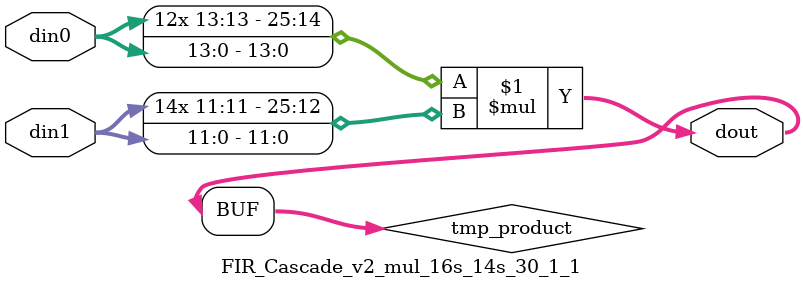
<source format=v>

`timescale 1 ns / 1 ps

 module FIR_Cascade_v2_mul_16s_14s_30_1_1(din0, din1, dout);
parameter ID = 1;
parameter NUM_STAGE = 0;
parameter din0_WIDTH = 14;
parameter din1_WIDTH = 12;
parameter dout_WIDTH = 26;

input [din0_WIDTH - 1 : 0] din0; 
input [din1_WIDTH - 1 : 0] din1; 
output [dout_WIDTH - 1 : 0] dout;

wire signed [dout_WIDTH - 1 : 0] tmp_product;



























assign tmp_product = $signed(din0) * $signed(din1);








assign dout = tmp_product;





















endmodule

</source>
